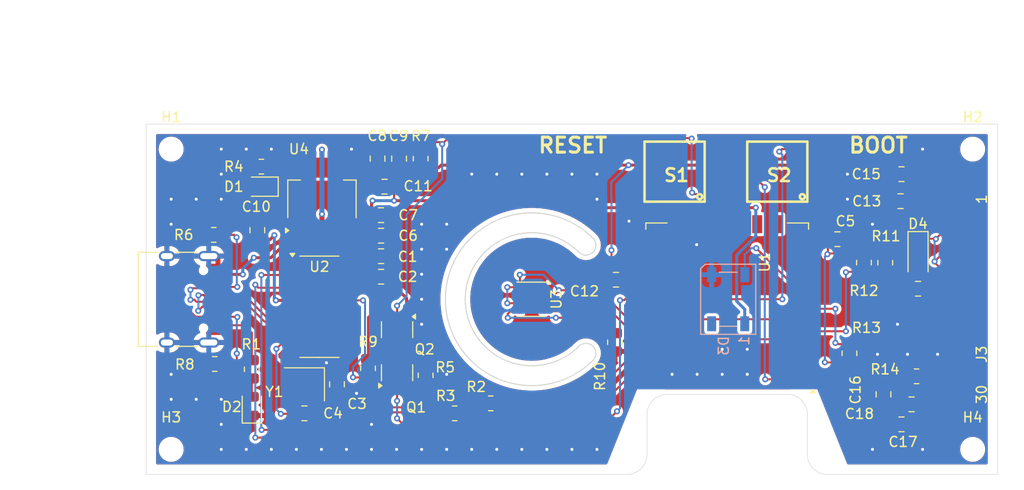
<source format=kicad_pcb>
(kicad_pcb (version 20240108) (generator "pcbnew") (generator_version "8.0")
  (layers (0 "F.Cu" signal) (31 "B.Cu" signal) (34 "B.Paste" user) (35 "F.Paste" user) (36 "B.SilkS" user "B.Silkscreen") (37 "F.SilkS" user "F.Silkscreen") (38 "B.Mask" user) (39 "F.Mask" user) (44 "Edge.Cuts" user))
  (net 0 "")
  (net 1 "GND")
  (net 2 "Net-(D2-A)")
  (net 3 "/DTR")
  (net 4 "Net-(Q2-B)")
  (net 5 "5V")
  (net 6 "/XO")
  (net 7 "/XI")
  (net 8 "3V3")
  (net 9 "Net-(U2-V3)")
  (net 10 "Net-(D1-A)")
  (net 11 "Net-(Q1-B)")
  (net 12 "/GPIO0")
  (net 13 "/nRST")
  (net 14 "/RTS")
  (net 15 "/ESP RX")
  (net 16 "Net-(U2-TXD)")
  (net 17 "/ESP TX")
  (net 18 "Net-(U2-RXD)")
  (net 24 "Net-(U3-SDO)")
  (net 29 "/I2C_SCL")
  (net 32 "/IO12")
  (net 41 "Net-(J1-CC1)")
  (net 42 "Net-(J1-CC2)")
  (net 43 "/USB_D+")
  (net 44 "/USB_D-")
  (net 48 "/I2C_SDA")
  (net 51 "Net-(D4-A)")
  (net 52 "Net-(J3-Pin_27)")
  (net 53 "Net-(J3-Pin_28)")
  (net 54 "Net-(J3-Pin_3)")
  (net 55 "Net-(J3-Pin_29)")
  (net 56 "Net-(J3-Pin_5)")
  (net 57 "Net-(J3-Pin_4)")
  (net 58 "Net-(J3-Pin_2)")
  (net 59 "Net-(J3-Pin_26)")
  (footprint "Capacitor_SMD:C_0805_2012Metric" (layer "F.Cu") (at 161.8 124.9)
    (property "Reference" "C4")
    (property "Value" "22pF" (hide yes))
  )
  (footprint "PTS645SM43SMTR92LFS:PTS645_SMT_" (layer "F.Cu") (at 209 100.75 180)
    (property "Reference" "S2")
    (property "Value" "PTS645SM43SMTR92LFS" (hide yes))
  )
  (footprint "Package_TO_SOT_SMD:SOT-23-3" (layer "F.Cu") (at 171.05 120.8375 90)
    (property "Reference" "Q1")
    (property "Value" "S8050" (hide yes))
  )
  (footprint "Resistor_SMD:R_0805_2012Metric" (layer "F.Cu") (at 176.8 124.9)
    (property "Reference" "R3")
    (property "Value" "470R" (hide yes))
  )
  (footprint "Resistor_SMD:R_0805_2012Metric" (layer "F.Cu") (at 219.775 109.85 90)
    (property "Reference" "R11")
    (property "Value" "1k" (hide yes))
  )
  (footprint "Resistor_SMD:R_0805_2012Metric" (layer "F.Cu") (at 217.65 109.84 -90)
    (property "Reference" "R12")
    (property "Value" "10k" (hide yes))
  )
  (footprint "MountingHole:MountingHole_2.2mm_M2" (layer "F.Cu") (at 228.5 98.5)
    (property "Reference" "H2")
    (property "Value" "MountingHole")
  )
  (footprint "Capacitor_SMD:C_0805_2012Metric" (layer "F.Cu") (at 165.05 122 -90)
    (property "Reference" "C3")
    (property "Value" "22pF" (hide yes))
  )
  (footprint "Resistor_SMD:R_0805_2012Metric" (layer "F.Cu") (at 192.8 117.8 -90)
    (property "Reference" "R10")
    (property "Value" "1k" (hide yes))
  )
  (footprint "MountingHole:MountingHole_2.2mm_M2" (layer "F.Cu") (at 148.5 128.5)
    (property "Reference" "H3")
    (property "Value" "MountingHole")
  )
  (footprint "Package_TO_SOT_SMD:SOT-223-3_TabPin2" (layer "F.Cu") (at 163.55 103.5 90)
    (property "Reference" "U4")
    (property "Value" "AMS1117-3.3" (hide yes))
  )
  (footprint "Package_TO_SOT_SMD:SOT-23-3" (layer "F.Cu") (at 171.05 116.5375 -90)
    (property "Reference" "Q2")
    (property "Value" "S8050" (hide yes))
  )
  (footprint "LED_SMD:LED_0805_2012Metric" (layer "F.Cu") (at 157.5 102.25 180)
    (property "Reference" "D1")
    (property "Value" "LED" (hide yes))
  )
  (footprint "Capacitor_SMD:C_0805_2012Metric" (layer "F.Cu") (at 169.8 102.25)
    (property "Reference" "C11")
    (property "Value" "100nF" (hide yes))
  )
  (footprint "Capacitor_SMD:C_0805_2012Metric" (layer "F.Cu") (at 169.45 107.15)
    (property "Reference" "C6")
    (property "Value" "100nF" (hide yes))
  )
  (footprint "Capacitor_SMD:C_0805_2012Metric" (layer "F.Cu") (at 169.45 111.25)
    (property "Reference" "C2")
    (property "Value" "10uF" (hide yes))
  )
  (footprint "Capacitor_SMD:C_0805_2012Metric" (layer "F.Cu") (at 222.4 124 180)
    (property "Reference" "C18")
    (property "Value" "100nF" (hide yes))
  )
  (footprint "Resistor_SMD:R_0805_2012Metric" (layer "F.Cu") (at 173.9 121.1 90)
    (property "Reference" "R5")
    (property "Value" "12k" (hide yes))
  )
  (footprint "Resistor_SMD:R_0805_2012Metric" (layer "F.Cu") (at 152.85 119.97 180)
    (property "Reference" "R8")
    (property "Value" "5k1" (hide yes))
  )
  (footprint "Capacitor_SMD:C_0805_2012Metric" (layer "F.Cu") (at 215 107.5)
    (property "Reference" "C5")
    (property "Value" "100nF" (hide yes))
  )
  (footprint "Capacitor_SMD:C_0805_2012Metric" (layer "F.Cu") (at 171.25 99.45 90)
    (property "Reference" "C9")
    (property "Value" "10uF" (hide yes))
  )
  (footprint "Resistor_SMD:R_0805_2012Metric" (layer "F.Cu") (at 222.9 121.2)
    (property "Reference" "R14")
    (property "Value" "390K" (hide yes))
  )
  (footprint "Resistor_SMD:R_0805_2012Metric" (layer "F.Cu") (at 180.4 123.9)
    (property "Reference" "R2")
    (property "Value" "470R" (hide yes))
  )
  (footprint "RF_Module:ESP-12E" (layer "F.Cu") (at 204 118 180)
    (property "Reference" "U1")
    (property "Value" "ESP-12F")
  )
  (footprint "Capacitor_SMD:C_0805_2012Metric" (layer "F.Cu") (at 169.45 109.2)
    (property "Reference" "C1")
    (property "Value" "100nF" (hide yes))
  )
  (footprint "Capacitor_SMD:C_0805_2012Metric" (layer "F.Cu") (at 223.05 112.45 180)
    (property "Reference" "C14" (hide yes))
    (property "Value" "10uF" (hide yes))
  )
  (footprint "SSD1306:SSD1306_ribbon" (layer "F.Cu") (at 227.4 113.5 -90)
    (property "Reference" "J3")
    (property "Value" "Conn_01x30_Pin" (hide yes))
  )
  (footprint "MountingHole:MountingHole_2.2mm_M2" (layer "F.Cu") (at 228.5 128.5)
    (property "Reference" "H4")
    (property "Value" "MountingHole")
  )
  (footprint "LED_SMD:LED_0805_2012Metric" (layer "F.Cu") (at 156.55 124.1875 90)
    (property "Reference" "D2")
    (property "Value" "LED GREEN" (hide yes))
  )
  (footprint "Resistor_SMD:R_0805_2012Metric" (layer "F.Cu") (at 152.75 107.07 180)
    (property "Reference" "R6")
    (property "Value" "5k1" (hide yes))
  )
  (footprint "Capacitor_SMD:C_0805_2012Metric" (layer "F.Cu") (at 192.9 111.55)
    (property "Reference" "C12")
    (property "Value" "100nF" (hide yes))
  )
  (footprint "Capacitor_SMD:C_0805_2012Metric" (layer "F.Cu") (at 157.1 106.6 90)
    (property "Reference" "C10")
    (property "Value" "100nF" (hide yes))
  )
  (footprint "Capacitor_SMD:C_0805_2012Metric" (layer "F.Cu") (at 169.45 105.1)
    (property "Reference" "C7")
    (property "Value" "10uF" (hide yes))
  )
  (footprint "Package_SO:SOIC-16_3.9x9.9mm_P1.27mm" (layer "F.Cu") (at 163.3 114.25)
    (property "Reference" "U2")
    (property "Value" "CH340G" (hide yes))
  )
  (footprint "Resistor_SMD:R_0805_2012Metric" (layer "F.Cu") (at 216.2 118.9 -90)
    (property "Reference" "R13")
    (property "Value" "10k" (hide yes))
  )
  (footprint "MountingHole:MountingHole_2.2mm_M2" (layer "F.Cu") (at 148.5 98.5)
    (property "Reference" "H1")
    (property "Value" "MountingHole")
  )
  (footprint "Crystal:Crystal_SMD_3225-4Pin_3.2x2.5mm" (layer "F.Cu") (at 161.8 122 180)
    (property "Reference" "Y1")
    (property "Value" "Crystal_GND24_Small" (hide yes))
  )
  (footprint "Package_LGA:Bosch_LGA-8_3x3mm_P0.8mm_ClockwisePinNumbering" (layer "F.Cu") (at 184.5 113.5 -90)
    (property "Reference" "U3")
    (property "Value" "BME680")
  )
  (footprint "Capacitor_SMD:C_0805_2012Metric" (layer "F.Cu") (at 169.1 99.45 90)
    (property "Reference" "C8")
    (property "Value" "100nF" (hide yes))
  )
  (footprint "Resistor_SMD:R_0805_2012Metric" (layer "F.Cu") (at 168.15 120.4 -90)
    (property "Reference" "R9")
    (property "Value" "12k" (hide yes))
  )
  (footprint "Capacitor_SMD:C_0805_2012Metric" (layer "F.Cu") (at 221.4 126 180)
    (property "Reference" "C17")
    (property "Value" "2uF" (hide yes))
  )
  (footprint "Connector_USB:USB_C_Receptacle_HRO_TYPE-C-31-M-12" (layer "F.Cu") (at 149.125 113.505 -90)
    (property "Reference" "J1" (hide yes))
    (property "Value" "USB_C_Receptacle_USB2.0_16P" (hide yes))
  )
  (footprint "Diode_SMD:D_SOD-123" (layer "F.Cu") (at 223.05 109.1 -90)
    (property "Reference" "D4")
    (property "Value" "1N4148W" (hide yes))
  )
  (footprint "Capacitor_SMD:C_0805_2012Metric" (layer "F.Cu") (at 219.6 123 -90)
    (property "Reference" "C16")
    (property "Value" "1uF" (hide yes))
  )
  (footprint "Resistor_SMD:R_0805_2012Metric" (layer "F.Cu") (at 173.4 99.45 -90)
    (property "Reference" "R7")
    (property "Value" "10k" (hide yes))
  )
  (footprint "Capacitor_SMD:C_0805_2012Metric" (layer "F.Cu") (at 221.3 103.7 180)
    (property "Reference" "C13")
    (property "Value" "1uF" (hide yes))
  )
  (footprint "Resistor_SMD:R_0805_2012Metric" (layer "F.Cu") (at 157.5 100.25 180)
    (property "Reference" "R4")
    (property "Value" "1k" (hide yes))
  )
  (footprint "Capacitor_SMD:C_0805_2012Metric" (layer "F.Cu") (at 221.4 101 180)
    (property "Reference" "C15")
    (property "Value" "1uF" (hide yes))
  )
  (footprint "Resistor_SMD:R_0805_2012Metric" (layer "F.Cu") (at 156.55 120.5 -90)
    (property "Reference" "R1")
    (property "Value" "220R" (hide yes))
  )
  (footprint "PTS645SM43SMTR92LFS:PTS645_SMT_" (layer "F.Cu") (at 198.75 100.75 180)
    (property "Reference" "S1")
    (property "Value" "PTS645SM43SMTR92LFS" (hide yes))
  )
  (footprint "LED_SMD:LED_WS2812B_PLCC4_5.0x5.0mm_P3.2mm" (layer "B.Cu") (at 204.1 113.5 90)
    (property "Reference" "D3")
    (property "Value" "WS2812B" (hide yes))
  )
  (gr_arc (start 190.599999 107.400001) (mid 190.599999 108.800001) (end 189.199999 108.800001) (stroke (width 0.1)) (layer "Edge.Cuts"))
  (gr_arc (start 190.599999 119.599999) (mid 175.873299 113.5) (end 190.599999 107.400001) (stroke (width 0.1)) (layer "Edge.Cuts"))
  (gr_line (start 196 125) (end 196 129) (stroke (width 0.05)) (layer "Edge.Cuts"))
  (gr_line (start 231 96) (end 231 131) (stroke (width 0.05)) (layer "Edge.Cuts"))
  (gr_arc (start 189.199999 118.199999) (mid 177.853198 113.5) (end 189.199999 108.800001) (stroke (width 0.1)) (layer "Edge.Cuts"))
  (gr_arc (start 210 123) (mid 211.414214 123.585786) (end 212 125) (stroke (width 0.05)) (layer "Edge.Cuts"))
  (gr_line (start 210 123) (end 198 123) (stroke (width 0.05)) (layer "Edge.Cuts"))
  (gr_arc (start 196 129) (mid 195.414214 130.414214) (end 194 131) (stroke (width 0.05)) (layer "Edge.Cuts"))
  (gr_line (start 194 131) (end 146 131) (stroke (width 0.05)) (layer "Edge.Cuts"))
  (gr_line (start 212 129) (end 212 125) (stroke (width 0.05)) (layer "Edge.Cuts"))
  (gr_line (start 146 96) (end 231 96) (stroke (width 0.05)) (layer "Edge.Cuts"))
  (gr_arc (start 214 131) (mid 212.585786 130.414214) (end 212 129) (stroke (width 0.05)) (layer "Edge.Cuts"))
  (gr_arc (start 189.199999 118.199999) (mid 190.599999 118.199999) (end 190.599999 119.599999) (stroke (width 0.1)) (layer "Edge.Cuts"))
  (gr_arc (start 196 125) (mid 196.585786 123.585786) (end 198 123) (stroke (width 0.05)) (layer "Edge.Cuts"))
  (gr_line (start 146 131) (end 146 96) (stroke (width 0.05)) (layer "Edge.Cuts"))
  (gr_line (start 231 131) (end 214 131) (stroke (width 0.05)) (layer "Edge.Cuts"))
  (gr_text "RESET" (at 185 99 0) (layer "F.SilkS") (effects (font (size 1.5 1.5) (thickness 0.3) (bold yes)) (justify left bottom)))
  (gr_text "BOOT" (at 216 99 0) (layer "F.SilkS") (effects (font (size 1.5 1.5) (thickness 0.3) (bold yes)) (justify left bottom)))
  (via (at 158.5 98.5) (size 0.6) (drill 0.3) (layers "F.Cu" "B.Cu") (net 1))
  (via (at 200.95 108.05) (size 0.6) (drill 0.3) (layers "F.Cu" "B.Cu") (net 1))
  (via (at 176 121) (size 0.6) (drill 0.3) (layers "F.Cu" "B.Cu") (net 1))
  (via (at 178.5 128.5) (size 0.6) (drill 0.3) (layers "F.Cu" "B.Cu") (net 1))
  (via (at 173.5 113.5) (size 0.6) (drill 0.3) (layers "F.Cu" "B.Cu") (net 1))
  (via (at 148.5 121) (size 0.6) (drill 0.3) (layers "F.Cu" "B.Cu") (net 1))
  (via (at 181 101) (size 0.6) (drill 0.3) (layers "F.Cu" "B.Cu") (net 1))
  (via (at 206 121) (size 0.6) (drill 0.3) (layers "F.Cu" "B.Cu") (net 1))
  (via (at 168.5 128.5) (size 0.6) (drill 0.3) (layers "F.Cu" "B.Cu") (net 1))
  (via (at 167 122.9) (size 0.6) (drill 0.3) (layers "F.Cu" "B.Cu") (net 1))
  (via (at 186 101) (size 0.6) (drill 0.3) (layers "F.Cu" "B.Cu") (net 1))
  (via (at 221 116) (size 0.6) (drill 0.3) (layers "F.Cu" "B.Cu") (net 1))
  (via (at 148.5 106) (size 0.6) (drill 0.3) (layers "F.Cu" "B.Cu") (net 1))
  (via (at 198.5 121) (size 0.6) (drill 0.3) (layers "F.Cu" "B.Cu") (net 1))
  (via (at 176 128.5) (size 0.6) (drill 0.3) (layers "F.Cu" "B.Cu") (net 1))
  (via (at 201 121) (size 0.6) (drill 0.3) (layers "F.Cu" "B.Cu") (net 1))
  (via (at 191 128.5) (size 0.6) (drill 0.3) (layers "F.Cu" "B.Cu") (net 1))
  (via (at 153.5 128.5) (size 0.6) (drill 0.3) (layers "F.Cu" "B.Cu") (net 1))
  (via (at 148.5 103.5) (size 0.6) (drill 0.3) (layers "F.Cu" "B.Cu") (net 1))
  (via (at 171 128.5) (size 0.6) (drill 0.3) (layers "F.Cu" "B.Cu") (net 1))
  (via (at 151 103.5) (size 0.6) (drill 0.3) (layers "F.Cu" "B.Cu") (net 1))
  (via (at 222 119) (size 0.6) (drill 0.3) (layers "F.Cu" "B.Cu") (net 1))
  (via (at 203.5 121) (size 0.6) (drill 0.3) (layers "F.Cu" "B.Cu") (net 1))
  (via (at 223.5 98.5) (size 0.6) (drill 0.3) (layers "F.Cu" "B.Cu") (net 1))
  (via (at 206 118.5) (size 0.6) (drill 0.3) (layers "F.Cu" "B.Cu") (net 1))
  (via (at 223.5 128.5) (size 0.6) (drill 0.3) (layers "F.Cu" "B.Cu") (net 1))
  (via (at 191 103.5) (size 0.6) (drill 0.3) (layers "F.Cu" "B.Cu") (net 1))
  (via (at 153.5 103.5) (size 0.6) (drill 0.3) (layers "F.Cu" "B.Cu") (net 1))
  (via (at 218.5 128.5) (size 0.6) (drill 0.3) (layers "F.Cu" "B.Cu") (net 1))
  (via (at 153.5 126) (size 0.6) (drill 0.3) (layers "F.Cu" "B.Cu") (net 1))
  (via (at 176 108.5) (size 0.6) (drill 0.3) (layers "F.Cu" "B.Cu") (net 1))
  (via (at 219 119) (size 0.6) (drill 0.3) (layers "F.Cu" "B.Cu") (net 1))
  (via (at 203.5 118.5) (size 0.6) (drill 0.3) (layers "F.Cu" "B.Cu") (net 1))
  (via (at 216 103.5) (size 0.6) (drill 0.3) (layers "F.Cu" "B.Cu") (net 1))
  (via (at 166 128.5) (size 0.6) (drill 0.3) (layers "F.Cu" "B.Cu") (net 1))
  (via (at 161 128.5) (size 0.6) (drill 0.3) (layers "F.Cu" "B.Cu") (net 1))
  (via (at 168.5 126) (size 0.6) (drill 0.3) (layers "F.Cu" "B.Cu") (net 1))
  (via (at 163.5 128.5) (size 0.6) (drill 0.3) (layers "F.Cu" "B.Cu") (net 1))
  (via (at 176 106) (size 0.6) (drill 0.3) (layers "F.Cu" "B.Cu") (net 1))
  (via (at 164 119.85) (size 0.6) (drill 0.3) (layers "F.Cu" "B.Cu") (net 1))
  (via (at 156 128.5) (size 0.6) (drill 0.3) (layers "F.Cu" "B.Cu") (net 1))
  (via (at 183.5 101) (size 0.6) (drill 0.3) (layers "F.Cu" "B.Cu") (net 1))
  (via (at 173.5 116) (size 0.6) (drill 0.3) (layers "F.Cu" "B.Cu") (net 1))
  (via (at 216 101) (size 0.6) (drill 0.3) (layers "F.Cu" "B.Cu") (net 1))
  (via (at 173.5 128.5) (size 0.6) (drill 0.3) (layers "F.Cu" "B.Cu") (net 1))
  (via (at 181 128.5) (size 0.6) (drill 0.3) (layers "F.Cu" "B.Cu") (net 1))
  (via (at 153.5 123.5) (size 0.6) (drill 0.3) (layers "F.Cu" "B.Cu") (net 1))
  (via (at 151 123.5) (size 0.6) (drill 0.3) (layers "F.Cu" "B.Cu") (net 1))
  (via (at 188.5 101) (size 0.6) (drill 0.3) (layers "F.Cu" "B.Cu") (net 1))
  (via (at 186 128.5) (size 0.6) (drill 0.3) (layers "F.Cu" "B.Cu") (net 1))
  (via (at 225 119) (size 0.6) (drill 0.3) (layers "F.Cu" "B.Cu") (net 1))
  (via (at 173.5 108.5) (size 0.6) (drill 0.3) (layers "F.Cu" "B.Cu") (net 1))
  (via (at 153.5 98.5) (size 0.6) (drill 0.3) (layers "F.Cu" "B.Cu") (net 1))
  (via (at 153.5 101) (size 0.6) (drill 0.3) (layers "F.Cu" "B.Cu") (net 1))
  (via (at 194.2 105.7) (size 0.6) (drill 0.3) (layers "F.Cu" "B.Cu") (net 1))
  (via (at 148.5 123.5) (size 0.6) (drill 0.3) (layers "F.Cu" "B.Cu") (net 1))
  (via (at 218.5 106) (size 0.6) (drill 0.3) (layers "F.Cu" "B.Cu") (net 1))
  (via (at 173.5 111) (size 0.6) (drill 0.3) (layers "F.Cu" "B.Cu") (net 1))
  (via (at 191 101) (size 0.6) (drill 0.3) (layers "F.Cu" "B.Cu") (net 1))
  (via (at 188.5 128.5) (size 0.6) (drill 0.3) (layers "F.Cu" "B.Cu") (net 1))
  (via (at 178.5 101) (size 0.6) (drill 0.3) (layers "F.Cu" "B.Cu") (net 1))
  (via (at 156 98.5) (size 0.6) (drill 0.3) (layers "F.Cu" "B.Cu") (net 1))
  (via (at 158.5 128.5) (size 0.6) (drill 0.3) (layers "F.Cu" "B.Cu") (net 1))
  (via (at 173.5 106) (size 0.6) (drill 0.3) (layers "F.Cu" "B.Cu") (net 1))
  (via (at 183.5 128.5) (size 0.6) (drill 0.3) (layers "F.Cu" "B.Cu") (net 1))
  (via (at 166.5 98.5) (size 0.6) (drill 0.3) (layers "F.Cu" "B.Cu") (net 1))
  (segment (start 156.55 121.4125) (end 156.55 123.25) (width 0.2) (layer "F.Cu") (net 2))
  (segment (start 168.15 122.85) (end 168.15 121.3125) (width 0.2) (layer "F.Cu") (net 3))
  (segment (start 170.1 123.2) (end 170 123.3) (width 0.2) (layer "F.Cu") (net 3))
  (segment (start 168.6 123.3) (end 168.15 122.85) (width 0.2) (layer "F.Cu") (net 3))
  (segment (start 165.775 113.615) (end 166.120552 113.615) (width 0.2) (layer "F.Cu") (net 3))
  (segment (start 166.6625 121.3125) (end 166.65 121.3) (width 0.2) (layer "F.Cu") (net 3))
  (segment (start 167.65 113.615) (end 165.775 113.615) (width 0.2) (layer "F.Cu") (net 3))
  (segment (start 166.65 121.3) (end 166.725 121.375) (width 0.3) (layer "F.Cu") (net 3))
  (segment (start 165.775 113.615) (end 165.91 113.75) (width 0.2) (layer "F.Cu") (net 3))
  (segment (start 170 123.3) (end 168.6 123.3) (width 0.2) (layer "F.Cu") (net 3))
  (segment (start 168.15 121.3125) (end 166.6625 121.3125) (width 0.2) (layer "F.Cu") (net 3))
  (segment (start 170.1 121.975) (end 170.1 123.2) (width 0.2) (layer "F.Cu") (net 3))
  (via (at 166.65 121.3) (size 0.6) (drill 0.3) (layers "F.Cu" "B.Cu") (net 3))
  (via (at 167.65 113.615) (size 0.6) (drill 0.3) (layers "F.Cu" "B.Cu") (net 3))
  (segment (start 167.85 113.815) (end 167.65 113.615) (width 0.2) (layer "B.Cu") (net 3))
  (segment (start 166.65 121.3) (end 166.65 120.25) (width 0.2) (layer "B.Cu") (net 3))
  (segment (start 166.65 120.25) (end 167.85 119.05) (width 0.2) (layer "B.Cu") (net 3))
  (segment (start 167.85 119.05) (end 167.85 113.815) (width 0.2) (layer "B.Cu") (net 3))
  (segment (start 169.2 114.25) (end 168.15 115.3) (width 0.2) (layer "F.Cu") (net 4))
  (segment (start 170.1 114.5) (end 169.85 114.25) (width 0.2) (layer "F.Cu") (net 4))
  (segment (start 168.15 115.3) (end 168.15 119.4875) (width 0.2) (layer "F.Cu") (net 4))
  (segment (start 170.1 115.4) (end 170.1 114.5) (width 0.2) (layer "F.Cu") (net 4))
  (segment (start 169.85 114.25) (end 169.2 114.25) (width 0.2) (layer "F.Cu") (net 4))
  (segment (start 155.8 116.1) (end 153.8 116.1) (width 0.2) (layer "F.Cu") (net 5))
  (segment (start 150.425 111.36) (end 149.55 112.235) (width 0.3) (layer "F.Cu") (net 5))
  (segment (start 156.55 119.5875) (end 156.55 116.85) (width 0.2) (layer "F.Cu") (net 5))
  (segment (start 153.12 111.005) (end 152.218883 111.005) (width 0.3) (layer "F.Cu") (net 5))
  (segment (start 167.345 109.805) (end 165.775 109.805) (width 0.3) (layer "F.Cu") (net 5))
  (segment (start 152.218883 111.005) (end 151.863883 111.36) (width 0.3) (layer "F.Cu") (net 5))
  (segment (start 151.863883 111.36) (end 150.425 111.36) (width 0.3) (layer "F.Cu") (net 5))
  (segment (start 168.475 111.275) (end 168.5 111.25) (width 0.5) (layer "F.Cu") (net 5))
  (segment (start 166.65 106.65) (end 167.15 107.15) (width 0.3) (layer "F.Cu") (net 5))
  (segment (start 153.17 111.055) (end 153.12 111.005) (width 0.3) (layer "F.Cu") (net 5))
  (segment (start 188 103) (end 178 103) (width 0.3) (layer "F.Cu") (net 5))
  (segment (start 167.345 109.395) (end 167.345 109.805) (width 0.3) (layer "F.Cu") (net 5))
  (segment (start 177.35 103.65) (end 170.75 103.65) (width 0.3) (layer "F.Cu") (net 5))
  (segment (start 166.45 108.5) (end 167.345 109.395) (width 0.3) (layer "F.Cu") (net 5))
  (segment (start 156.75 109.35) (end 158.45 109.35) (width 0.3) (layer "F.Cu") (net 5))
  (segment (start 167.15 107.15) (end 168.5 107.15) (width 0.3) (layer "F.Cu") (net 5))
  (segment (start 189.35 104.35) (end 188 103) (width 0.3) (layer "F.Cu") (net 5))
  (segment (start 168.5 103.75) (end 168.5 105.1) (width 0.3) (layer "F.Cu") (net 5))
  (segment (start 159.3 108.5) (end 166.45 108.5) (width 0.3) (layer "F.Cu") (net 5))
  (segment (start 178 103) (end 177.35 103.65) (width 0.3) (layer "F.Cu") (net 5))
  (segment (start 168.5 105.1) (end 168.5 109.2) (width 0.3) (layer "F.Cu") (net 5))
  (segment (start 206.85 104.35) (end 189.35 104.35) (width 0.3) (layer "F.Cu") (net 5))
  (segment (start 167.345 109.395) (end 167.54 109.2) (width 0.3) (layer "F.Cu") (net 5))
  (segment (start 165.85 106.65) (end 166.65 106.65) (width 0.3) (layer "F.Cu") (net 5))
  (segment (start 152.225 115.955) (end 153.17 115.955) (width 0.3) (layer "F.Cu") (net 5))
  (segment (start 168.5 111.25) (end 168.5 109.2) (width 0.3) (layer "F.Cu") (net 5))
  (segment (start 168.6 103.65) (end 168.5 103.75) (width 0.2) (layer "F.Cu") (net 5))
  (segment (start 168.5 105.1) (end 168.2 105.1) (width 0.3) (layer "F.Cu") (net 5))
  (segment (start 149.55 113.924239) (end 150.930761 115.305) (width 0.3) (layer "F.Cu") (net 5))
  (segment (start 152.845 111.005) (end 152.795 110.955) (width 0.2) (layer "F.Cu") (net 5))
  (segment (start 150.930761 115.305) (end 151.575 115.305) (width 0.3) (layer "F.Cu") (net 5))
  (segment (start 158.45 109.35) (end 159.3 108.5) (width 0.3) (layer "F.Cu") (net 5))
  (segment (start 167.54 109.2) (end 168.5 109.2) (width 0.3) (layer "F.Cu") (net 5))
  (segment (start 170.75 103.65) (end 170.75 102) (width 0.2) (layer "F.Cu") (net 5))
  (segment (start 151.575 115.305) (end 152.225 115.955) (width 0.3) (layer "F.Cu") (net 5))
  (segment (start 149.55 112.235) (end 149.55 113.924239) (width 0.3) (layer "F.Cu") (net 5))
  (segment (start 156.55 116.85) (end 155.8 116.1) (width 0.2) (layer "F.Cu") (net 5))
  (segment (start 155.65 111.02) (end 153.52 111.02) (width 0.3) (layer "F.Cu") (net 5))
  (via (at 156.75 109.35) (size 0.6) (drill 0.3) (layers "F.Cu" "B.Cu") (net 5))
  (via (at 155.65 111.02) (size 0.6) (drill 0.3) (layers "F.Cu" "B.Cu") (net 5))
  (via (at 170.75 103.65) (size 0.6) (drill 0.3) (layers "F.Cu" "B.Cu") (net 5))
  (via (at 206.85 104.35) (size 0.6) (drill 0.3) (layers "F.Cu" "B.Cu") (net 5))
  (via (at 168.6 103.65) (size 0.6) (drill 0.3) (layers "F.Cu" "B.Cu") (net 5))
  (segment (start 155.65 110.45) (end 156.75 109.35) (width 0.3) (layer "B.Cu") (net 5))
  (segment (start 205.75 114.5) (end 205.75 115.95) (width 0.3) (layer "B.Cu") (net 5))
  (segment (start 204.95 109.1) (end 204.95 113.7) (width 0.3) (layer "B.Cu") (net 5))
  (segment (start 206.85 104.35) (end 206.85 107.2) (width 0.3) (layer "B.Cu") (net 5))
  (segment (start 206.85 107.2) (end 204.95 109.1) (width 0.3) (layer "B.Cu") (net 5))
  (segment (start 168.6 103.65) (end 170.75 103.65) (width 0.3) (layer "B.Cu") (net 5))
  (segment (start 155.65 111.02) (end 155.65 110.45) (width 0.3) (layer "B.Cu") (net 5))
  (segment (start 204.95 113.7) (end 205.75 114.5) (width 0.3) (layer "B.Cu") (net 5))
  (segment (start 162.9 120.45) (end 162.45 120) (width 0.2) (layer "F.Cu") (net 6))
  (segment (start 159.3 119) (end 159.605 118.695) (width 0.2) (layer "F.Cu") (net 6))
  (segment (start 159.605 118.695) (end 160.825 118.695) (width 0.2) (layer "F.Cu") (net 6))
  (segment (start 162.45 120) (end 160.05 120) (width 0.2) (layer "F.Cu") (net 6))
  (segment (start 160.05 120) (end 159.3 119.25) (width 0.2) (layer "F.Cu") (net 6))
  (segment (start 163 121.05) (end 162.9 121.15) (width 0.2) (layer "F.Cu") (net 6))
  (segment (start 162.9 121.15) (end 162.9 120.45) (width 0.2) (layer "F.Cu") (net 6))
  (segment (start 159.3 119.25) (end 159.3 119) (width 0.2) (layer "F.Cu") (net 6))
  (segment (start 165.05 121.05) (end 163 121.05) (width 0.2) (layer "F.Cu") (net 6))
  (segment (start 160.02647 117.425) (end 160.825 117.425) (width 0.2) (layer "F.Cu") (net 7))
  (segment (start 160.8 124.95) (end 160.85 124.9) (width 0.2) (layer "F.Cu") (net 7))
  (segment (start 159.45 124.95) (end 160.8 124.95) (width 0.2) (layer "F.Cu") (net 7))
  (segment (start 159.000735 118.450735) (end 160.02647 117.425) (width 0.2) (layer "F.Cu") (net 7))
  (segment (start 160.85 124.9) (end 160.85 123) (width 0.2) (layer "F.Cu") (net 7))
  (segment (start 160.85 123) (end 160.7 122.85) (width 0.2) (layer "F.Cu") (net 7))
  (via (at 159.45 124.95) (size 0.6) (drill 0.3) (layers "F.Cu" "B.Cu") (net 7))
  (via (at 159.000735 118.450735) (size 0.6) (drill 0.3) (layers "F.Cu" "B.Cu") (net 7))
  (segment (start 159.45 124.95) (end 159.000735 124.500735) (width 0.2) (layer "B.Cu") (net 7))
  (segment (start 159.000735 124.500735) (end 159.000735 118.450735) (width 0.2) (layer "B.Cu") (net 7))
  (segment (start 182.05 112.3) (end 183.3125 112.3) (width 0.2) (layer "F.Cu") (net 8))
  (segment (start 192.45 108.6) (end 192.45 111.05) (width 0.2) (layer "F.Cu") (net 8))
  (segment (start 194.15 100.1) (end 212.55 100.1) (width 0.3) (layer "F.Cu") (net 8))
  (segment (start 213.7625 119.8125) (end 216.2 119.8125) (width 0.2) (layer "F.Cu") (net 8))
  (segment (start 158.4125 100.25) (end 163.45 100.25) (width 0.2) (layer "F.Cu") (net 8))
  (segment (start 214.05 108.95) (end 214.05 107.5) (width 0.2) (layer "F.Cu") (net 8))
  (segment (start 214.0725 108.9275) (end 214 109) (width 0.2) (layer "F.Cu") (net 8))
  (segment (start 214.55 102.1) (end 214.55 105.5) (width 0.3) (layer "F.Cu") (net 8))
  (segment (start 183.3125 112.3) (end 183.3125 111.0625) (width 0.2) (layer "F.Cu") (net 8))
  (segment (start 187.2 112.6) (end 186.7 113.1) (width 0.2) (layer "F.Cu") (net 8))
  (segment (start 225.475 108.95) (end 227.4 108.95) (width 0.2) (layer "F.Cu") (net 8))
  (segment (start 217.65 108.9275) (end 214.0725 108.9275) (width 0.2) (layer "F.Cu") (net 8))
  (segment (start 190.9 112.6) (end 187.2 112.6) (width 0.2) (layer "F.Cu") (net 8))
  (segment (start 219.775 107.875) (end 219.775 108.9375) (width 0.2) (layer "F.Cu") (net 8))
  (segment (start 175.2 100.35) (end 163.55 100.35) (width 0.3) (layer "F.Cu") (net 8))
  (segment (start 224.825 107.475) (end 224.85 107.45) (width 0.2) (layer "F.Cu") (net 8))
  (segment (start 192.45 111.05) (end 190.9 112.6) (width 0.2) (layer "F.Cu") (net 8))
  (segment (start 214.05 107.5) (end 211.6 107.5) (width 0.2) (layer "F.Cu") (net 8))
  (segment (start 175.45 100.1) (end 175.2 100.35) (width 0.3) (layer "F.Cu") (net 8))
  (segment (start 219.775 108.9375) (end 217.66 108.9375) (width 0.2) (layer "F.Cu") (net 8))
  (segment (start 224.7 109.725) (end 225.475 108.95) (width 0.2) (layer "F.Cu") (net 8))
  (segment (start 212.55 100.1) (end 214.55 102.1) (width 0.3) (layer "F.Cu") (net 8))
  (segment (start 217.66 108.9375) (end 217.65 108.9275) (width 0.2) (layer "F.Cu") (net 8))
  (segment (start 214 109) (end 214.05 108.95) (width 0.2) (layer "F.Cu") (net 8))
  (segment (start 224.7 109.725) (end 224.7 109.825) (width 0.2) (layer "F.Cu") (net 8))
  (segment (start 225.45 106.85) (end 224.85 107.45) (width 0.2) (layer "F.Cu") (net 8))
  (segment (start 186.7 113.1) (end 185.6875 113.1) (width 0.2) (layer "F.Cu") (net 8))
  (segment (start 183.3125 111.0625) (end 183.3 111.05) (width 0.2) (layer "F.Cu") (net 8))
  (segment (start 220.2 107.45) (end 219.775 107.875) (width 0.2) (layer "F.Cu") (net 8))
  (segment (start 224.7 109.825) (end 225.225 110.35) (width 0.2) (layer "F.Cu") (net 8))
  (segment (start 163.55 98.55) (end 163.55 100.35) (width 0.5) (layer "F.Cu") (net 8))
  (segment (start 163.45 100.25) (end 163.55 100.35) (width 0.2) (layer "F.Cu") (net 8))
  (segment (start 194.15 100.1) (end 175.45 100.1) (width 0.3) (layer "F.Cu") (net 8))
  (segment (start 213.75 119.8) (end 213.7625 119.8125) (width 0.2) (layer "F.Cu") (net 8))
  (segment (start 223.05 107.45) (end 220.2 107.45) (width 0.2) (layer "F.Cu") (net 8))
  (segment (start 225.225 110.35) (end 227.4 110.35) (width 0.2) (layer "F.Cu") (net 8))
  (segment (start 163.55 106.65) (end 163.55 105) (width 0.5) (layer "F.Cu") (net 8))
  (segment (start 227.4 106.85) (end 225.45 106.85) (width 0.2) (layer "F.Cu") (net 8))
  (segment (start 214.05 106) (end 214.05 107.5) (width 0.3) (layer "F.Cu") (net 8))
  (segment (start 214.55 105.5) (end 214.05 106) (width 0.3) (layer "F.Cu") (net 8))
  (segment (start 183.3125 113.9) (end 182.05 113.9) (width 0.2) (layer "F.Cu") (net 8))
  (segment (start 224.85 107.45) (end 223.05 107.45) (width 0.2) (layer "F.Cu") (net 8))
  (segment (start 219.765 108.9275) (end 219.775 108.9375) (width 0.2) (layer "F.Cu") (net 8))
  (via (at 187.2 112.6) (size 0.6) (drill 0.3) (layers "F.Cu" "B.Cu") (net 8))
  (via (at 213.75 119.8) (size 0.6) (drill 0.3) (layers "F.Cu" "B.Cu") (net 8))
  (via (at 183.3 111.05) (size 0.6) (drill 0.3) (layers "F.Cu" "B.Cu") (net 8))
  (via (at 163.55 105) (size 0.6) (drill 0.3) (layers "F.Cu" "B.Cu") (net 8))
  (via (at 194.15 100.1) (size 0.6) (drill 0.3) (layers "F.Cu" "B.Cu") (net 8))
  (via (at 192.45 108.6) (size 0.6) (drill 0.3) (layers "F.Cu" "B.Cu") (net 8))
  (via (at 182.05 113.9) (size 0.6) (drill 0.3) (layers "F.Cu" "B.Cu") (net 8))
  (via (at 163.55 98.55) (size 0.6) (drill 0.3) (layers "F.Cu" "B.Cu") (net 8))
  (via (at 182.05 112.3) (size 0.6) (drill 0.3) (layers "F.Cu" "B.Cu") (net 8))
  (via (at 224.7 109.725) (size 0.6) (drill 0.3) (layers "F.Cu" "B.Cu") (net 8))
  (via (at 214 109) (size 0.6) (drill 0.3) (layers "F.Cu" "B.Cu") (net 8))
  (via (at 224.825 107.475) (size 0.6) (drill 0.3) (layers "F.Cu" "B.Cu") (net 8))
  (segment (start 185.65 111.05) (end 187.2 112.6) (width 0.2) (layer "B.Cu") (net 8))
  (segment (start 192.45 103.35) (end 192.45 108.6) (width 0.2) (layer "B.Cu") (net 8))
  (segment (start 163.55 105) (end 163.55 98.55) (width 0.5) (layer "B.Cu") (net 8))
  (segment (start 192.425 101.825) (end 192.425 103.325) (width 0.2) (layer "B.Cu") (net 8))
  (segment (start 183.3 111.05) (end 185.65 111.05) (width 0.2) (layer "B.Cu") (net 8))
  (segment (start 224.7 109.725) (end 224.7 107.6) (width 0.2) (layer "B.Cu") (net 8))
  (segment (start 182.05 113.9) (end 182.05 112.3) (width 0.2) (layer "B.Cu") (net 8))
  (segment (start 213.75 119.8) (end 213.75 109.25) (width 0.2) (layer "B.Cu") (net 8))
  (segment (start 192.425 103.325) (end 192.45 103.35) (width 0.2) (layer "B.Cu") (net 8))
  (segment (start 194.15 100.1) (end 192.425 101.825) (width 0.2) (layer "B.Cu") (net 8))
  (segment (start 213.75 109.25) (end 214 109) (width 0.2) (layer "B.Cu") (net 8))
  (segment (start 224.7 107.6) (end 224.825 107.475) (width 0.2) (layer "B.Cu") (net 8))
  (segment (start 158.35 107.55) (end 157.1 107.55) (width 0.3) (layer "F.Cu") (net 9))
  (segment (start 158.95 113.615) (end 160.825 113.615) (width 0.3) (layer "F.Cu") (net 9))
  (segment (start 158.8 107.1) (end 158.35 107.55) (width 0.3) (layer "F.Cu") (net 9))
  (via (at 158.8 107.1) (size 0.6) (drill 0.3) (layers "F.Cu" "B.Cu") (net 9))
  (via (at 158.95 113.615) (size 0.6) (drill 0.3) (layers "F.Cu" "B.Cu") (net 9))
  (segment (start 158.8 113.465) (end 158.95 113.615) (width 0.3) (layer "B.Cu") (net 9))
  (segment (start 158.8 107.1) (end 158.8 113.465) (width 0.3) (layer "B.Cu") (net 9))
  (segment (start 156.5625 102.25) (end 156.5625 100.275) (width 0.2) (layer "F.Cu") (net 10))
  (segment (start 172.3 123.5) (end 172 123.2) (width 0.2) (layer "F.Cu") (net 11))
  (segment (start 172 123.2) (end 172 121.975) (width 0.2) (layer "F.Cu") (net 11))
  (segment (start 172.65 123.5) (end 172.3 123.5) (width 0.2) (layer "F.Cu") (net 11))
  (segment (start 173.9 122.0125) (end 173.9 122.25) (width 0.2) (layer "F.Cu") (net 11))
  (segment (start 173.9 122.25) (end 172.65 123.5) (width 0.2) (layer "F.Cu") (net 11))
  (segment (start 193.8 113.5) (end 196.4 113.5) (width 0.2) (layer "F.Cu") (net 12))
  (segment (start 171.65 126) (end 171.05 125.4) (width 0.2) (layer "F.Cu") (net 12))
  (segment (start 193.3 113.6) (end 193.7 113.6) (width 0.2) (layer "F.Cu") (net 12))
  (segment (start 171.05 119.7) (end 171.05 123.65) (width 0.2) (layer "F.Cu") (net 12))
  (segment (start 193 124.7) (end 191.7 126) (width 0.2) (layer "F.Cu") (net 12))
  (segment (start 191.7 126) (end 171.65 126) (width 0.2) (layer "F.Cu") (net 12))
  (segment (start 209.2 98.75) (end 209.45 98.5) (width 0.2) (layer "F.Cu") (net 12))
  (segment (start 209.45 98.5) (end 212.975 98.5) (width 0.2) (layer "F.Cu") (net 12))
  (segment (start 193.7 113.6) (end 193.8 113.5) (width 0.2) (layer "F.Cu") (net 12))
  (segment (start 209.5 113.5) (end 196.4 113.5) (width 0.2) (layer "F.Cu") (net 12))
  (via (at 209.2 98.75) (size 0.6) (drill 0.3) (layers "F.Cu" "B.Cu") (net 12))
  (via (at 193.3 113.6) (size 0.6) (drill 0.3) (layers "F.Cu" "B.Cu") (net 12))
  (via (at 171.05 125.4) (size 0.6) (drill 0.3) (layers "F.Cu" "B.Cu") (net 12))
  (via (at 209.5 113.5) (size 0.6) (drill 0.3) (layers "F.Cu" "B.Cu") (net 12))
  (via (at 193 124.7) (size 0.6) (drill 0.3) (layers "F.Cu" "B.Cu") (net 12))
  (via (at 171.05 123.65) (size 0.6) (drill 0.3) (layers "F.Cu" "B.Cu") (net 12))
  (segment (start 209.5 99.05) (end 209.2 98.75) (width 0.2) (layer "B.Cu") (net 12))
  (segment (start 209.5 113.5) (end 209.5 99.05) (width 0.2) (layer "B.Cu") (net 12))
  (segment (start 193.3 113.6) (end 193.3 124.4) (width 0.2) (layer "B.Cu") (net 12))
  (segment (start 171.05 125.4) (end 171.05 123.65) (width 0.2) (layer "B.Cu") (net 12))
  (segment (start 193.3 124.4) (end 193 124.7) (width 0.2) (layer "B.Cu") (net 12))
  (segment (start 175.55 98) (end 176.15 97.4) (width 0.2) (layer "F.Cu") (net 13))
  (segment (start 200.4 97.4) (end 200.45 97.45) (width 0.2) (layer "F.Cu") (net 13))
  (segment (start 173.625 97.8) (end 173.4 98.025) (width 0.2) (layer "F.Cu") (net 13))
  (segment (start 176.15 97.4) (end 198.5 97.4) (width 0.2) (layer "F.Cu") (net 13))
  (segment (start 202.8 101.8) (end 202.725 101.875) (width 0.2) (layer "F.Cu") (net 13))
  (segment (start 200.65 103) (end 202.725 103) (width 0.2) (layer "F.Cu") (net 13))
  (segment (start 207.25 101.8) (end 202.8 101.8) (width 0.2) (layer "F.Cu") (net 13))
  (segment (start 198.5 97.4) (end 200.4 97.4) (width 0.2) (layer "F.Cu") (net 13))
  (segment (start 173.4 98.025) (end 173.4 98.5375) (width 0.2) (layer "F.Cu") (net 13))
  (segment (start 202.725 101.875) (end 202.725 103) (width 0.2) (layer "F.Cu") (net 13))
  (segment (start 207.75 102.3) (end 207.25 101.8) (width 0.2) (layer "F.Cu") (net 13))
  (segment (start 171.05 117.675) (end 171.05 114.15) (width 0.2) (layer "F.Cu") (net 13))
  (segment (start 175.35 97.8) (end 173.625 97.8) (width 0.2) (layer "F.Cu") (net 13))
  (segment (start 175.55 98) (end 175.35 97.8) (width 0.2) (layer "F.Cu") (net 13))
  (segment (start 200.5 102.85) (end 200.65 103) (width 0.2) (layer "F.Cu") (net 13))
  (segment (start 207.8 121.5) (end 211.6 121.5) (width 0.2) (layer "F.Cu") (net 13))
  (via (at 200.5 102.85) (size 0.6) (drill 0.3) (layers "F.Cu" "B.Cu") (net 13))
  (via (at 200.45 97.45) (size 0.6) (drill 0.3) (layers "F.Cu" "B.Cu") (net 13))
  (via (at 175.55 98) (size 0.6) (drill 0.3) (layers "F.Cu" "B.Cu") (net 13))
  (via (at 207.8 121.5) (size 0.6) (drill 0.3) (layers "F.Cu" "B.Cu") (net 13))
  (via (at 207.75 102.3) (size 0.6) (drill 0.3) (layers "F.Cu" "B.Cu") (net 13))
  (via (at 171.05 114.15) (size 0.6) (drill 0.3) (layers "F.Cu" "B.Cu") (net 13))
  (segment (start 207.75 102.3) (end 207.75 121.45) (width 0.2) (layer "B.Cu") (net 13))
  (segment (start 172 113.2) (end 171.05 114.15) (width 0.2) (layer "B.Cu") (net 13))
  (segment (start 200.45 102.8) (end 200.5 102.85) (width 0.2) (layer "B.Cu") (net 13))
  (segment (start 172 105.025) (end 172 113.2) (width 0.2) (layer "B.Cu") (net 13))
  (segment (start 175.55 101.475) (end 172 105.025) (width 0.2) (layer "B.Cu") (net 13))
  (segment (start 175.55 98) (end 175.55 101.475) (width 0.2) (layer "B.Cu") (net 13))
  (segment (start 207.75 121.45) (end 207.8 121.5) (width 0.2) (layer "B.Cu") (net 13))
  (segment (start 200.45 97.45) (end 200.45 102.8) (width 0.2) (layer "B.Cu") (net 13))
  (segment (start 167.85 112.8) (end 171.4 112.8) (width 0.3) (layer "F.Cu") (net 14))
  (segment (start 167.4 112.35) (end 167.85 112.8) (width 0.3) (layer "F.Cu") (net 14))
  (segment (start 172 116.8) (end 172 115.4) (width 0.3) (layer "F.Cu") (net 14))
  (segment (start 165.775 112.345) (end 165.78 112.35) (width 0.3) (layer "F.Cu") (net 14))
  (segment (start 172 113.4) (end 172 115.4) (width 0.3) (layer "F.Cu") (net 14))
  (segment (start 173.9 120.1875) (end 173.9 118.7) (width 0.3) (layer "F.Cu") (net 14))
  (segment (start 165.78 112.35) (end 167.4 112.35) (width 0.3) (layer "F.Cu") (net 14))
  (segment (start 171.4 112.8) (end 172 113.4) (width 0.3) (layer "F.Cu") (net 14))
  (segment (start 173.9 118.7) (end 172 116.8) (width 0.3) (layer "F.Cu") (net 14))
  (segment (start 194.1 119.5) (end 196.4 119.5) (width 0.2) (layer "F.Cu") (net 15))
  (segment (start 181.3625 123.95) (end 189.65 123.95) (width 0.2) (layer "F.Cu") (net 15))
  (segment (start 189.65 123.95) (end 194.1 119.5) (width 0.2) (layer "F.Cu") (net 15))
  (segment (start 181.3125 123.9) (end 181.3625 123.95) (width 0.2) (layer "F.Cu") (net 15))
  (segment (start 157.5 111.075) (end 160.825 111.075) (width 0.2) (layer "F.Cu") (net 16))
  (segment (start 163.695756 126.554244) (end 165.95 124.3) (width 0.2) (layer "F.Cu") (net 16))
  (segment (start 174.35 123.9) (end 179.4875 123.9) (width 0.2) (layer "F.Cu") (net 16))
  (segment (start 165.95 124.3) (end 173.95 124.3) (width 0.2) (layer "F.Cu") (net 16))
  (segment (start 173.95 124.3) (end 174.35 123.9) (width 0.2) (layer "F.Cu") (net 16))
  (segment (start 157.53232 126.554244) (end 163.695756 126.554244) (width 0.2) (layer "F.Cu") (net 16))
  (via (at 157.53232 126.554244) (size 0.6) (drill 0.3) (layers "F.Cu" "B.Cu") (net 16))
  (via (at 157.5 111.075) (size 0.6) (drill 0.3) (layers "F.Cu" "B.Cu") (net 16))
  (segment (start 157.5 126.521924) (end 157.53232 126.554244) (width 0.2) (layer "B.Cu") (net 16))
  (segment (start 157.5 111.075) (end 157.5 126.521924) (width 0.2) (layer "B.Cu") (net 16))
  (segment (start 193.95 121.5) (end 196.4 121.5) (width 0.2) (layer "F.Cu") (net 17))
  (segment (start 177.7125 124.9) (end 177.8125 125) (width 0.2) (layer "F.Cu") (net 17))
  (segment (start 177.8125 125) (end 190.45 125) (width 0.2) (layer "F.Cu") (net 17))
  (segment (start 190.45 125) (end 193.95 121.5) (width 0.2) (layer "F.Cu") (net 17))
  (segment (start 166.75 124.8) (end 175.7875 124.8) (width 0.2) (layer "F.Cu") (net 18))
  (segment (start 156.9 112.05) (end 157.2 112.35) (width 0.2) (layer "F.Cu") (net 18))
  (segment (start 157.2 112.35) (end 160.82 112.35) (width 0.2) (layer "F.Cu") (net 18))
  (segment (start 164.225 127.325) (end 166.75 124.8) (width 0.2) (layer "F.Cu") (net 18))
  (segment (start 160.82 112.35) (end 160.825 112.345) (width 0.2) (layer "F.Cu") (net 18))
  (segment (start 156.9 127.325) (end 164.225 127.325) (width 0.2) (layer "F.Cu") (net 18))
  (segment (start 175.7875 124.8) (end 175.8875 124.9) (width 0.2) (layer "F.Cu") (net 18))
  (via (at 156.9 112.05) (size 0.6) (drill 0.3) (layers "F.Cu" "B.Cu") (net 18))
  (via (at 156.9 127.325) (size 0.6) (drill 0.3) (layers "F.Cu" "B.Cu") (net 18))
  (segment (start 156.9 127.325) (end 156.9 112.05) (width 0.2) (layer "B.Cu") (net 18))
  (segment (start 182.1 115.35) (end 182.1 114.95) (width 0.2) (layer "F.Cu") (net 24))
  (segment (start 192.8 116.1) (end 192.05 115.35) (width 0.2) (layer "F.Cu") (net 24))
  (segment (start 192.05 115.35) (end 186.9 115.35) (width 0.2) (layer "F.Cu") (net 24))
  (segment (start 192.8 116.8875) (end 192.8 116.1) (width 0.2) (layer "F.Cu") (net 24))
  (segment (start 182.35 114.7) (end 183.3125 114.7) (width 0.2) (layer "F.Cu") (net 24))
  (segment (start 182.1 114.95) (end 182.35 114.7) (width 0.2) (layer "F.Cu") (net 24))
  (via (at 186.9 115.35) (size 0.6) (drill 0.3) (layers "F.Cu" "B.Cu") (net 24))
  (via (at 182.1 115.35) (size 0.6) (drill 0.3) (layers "F.Cu" "B.Cu") (net 24))
  (segment (start 186.9 115.35) (end 182.1 115.35) (width 0.2) (layer "B.Cu") (net 24))
  (segment (start 215.8975 110.7525) (end 217.6025 110.7525) (width 0.2) (layer "F.Cu") (net 29))
  (segment (start 215.85 116.7) (end 209.425 116.7) (width 0.2) (layer "F.Cu") (net 29))
  (segment (start 192.4 114.7) (end 195.2 117.5) (width 0.2) (layer "F.Cu") (net 29))
  (segment (start 208.625 117.5) (end 196.4 117.5) (width 0.2) (layer "F.Cu") (net 29))
  (segment (start 217.65 112.85) (end 220.05 115.25) (width 0.2) (layer "F.Cu") (net 29))
  (segment (start 195.2 117.5) (end 196.4 117.5) (width 0.2) (layer "F.Cu") (net 29))
  (segment (start 209.425 116.7) (end 208.625 117.5) (width 0.2) (layer "F.Cu") (net 29))
  (segment (start 185.6875 114.7) (end 192.4 114.7) (width 0.2) (layer "F.Cu") (net 29))
  (segment (start 220.05 115.25) (end 227.4 115.25) (width 0.2) (layer "F.Cu") (net 29))
  (segment (start 217.65 112.85) (end 217.65 110.7525) (width 0.2) (layer "F.Cu") (net 29))
  (segment (start 215.85 110.8) (end 215.8975 110.7525) (width 0.2) (layer "F.Cu") (net 29))
  (via (at 215.85 116.7) (size 0.6) (drill 0.3) (layers "F.Cu" "B.Cu") (net 29))
  (via (at 215.85 110.8) (size 0.6) (drill 0.3) (layers "F.Cu" "B.Cu") (net 29))
  (segment (start 215.85 110.8) (end 215.85 116.7) (width 0.2) (layer "B.Cu") (net 29))
  (segment (start 210 111.5) (end 206.9 108.4) (width 0.2) (layer "F.Cu") (net 32))
  (segment (start 211.6 111.5) (end 210 111.5) (width 0.2) (layer "F.Cu") (net 32))
  (via (at 206.9 108.4) (size 0.6) (drill 0.3) (layers "F.Cu" "B.Cu") (net 32))
  (segment (start 205.75 109.05) (end 205.75 111.05) (width 0.2) (layer "B.Cu") (net 32))
  (segment (start 206.4 108.4) (end 205.75 109.05) (width 0.2) (layer "B.Cu") (net 32))
  (segment (start 206.9 108.4) (end 206.4 108.4) (width 0.2) (layer "B.Cu") (net 32))
  (segment (start 154.78314 107.07) (end 153.6625 107.07) (width 0.2) (layer "F.Cu") (net 41))
  (segment (start 155.027009 107.313869) (end 154.78314 107.07) (width 0.2) (layer "F.Cu") (net 41))
  (segment (start 154.95 112.27) (end 153.47 112.27) (width 0.2) (layer "F.Cu") (net 41))
  (via (at 155.1 112.27) (size 0.6) (drill 0.3) (layers "F.Cu" "B.Cu") (net 41))
  (via (at 155.027009 107.313869) (size 0.6) (drill 0.3) (layers "F.Cu" "B.Cu") (net 41))
  (segment (start 155.05 112.17) (end 155.05 107.33686) (width 0.2) (layer "B.Cu") (net 41))
  (segment (start 155.05 107.33686) (end 155.027009 107.313869) (width 0.2) (layer "B.Cu") (net 41))
  (segment (start 154.95 112.27) (end 155.05 112.17) (width 0.2) (layer "B.Cu") (net 41))
  (segment (start 153.185 115.27) (end 153.47 115.27) (width 0.2) (layer "F.Cu") (net 42))
  (segment (start 153.17 115.255) (end 153.185 115.27) (width 0.2) (layer "F.Cu") (net 42))
  (segment (start 154.955 115.255) (end 153.17 115.255) (width 0.2) (layer "F.Cu") (net 42))
  (segment (start 155 115.3) (end 154.955 115.255) (width 0.2) (layer "F.Cu") (net 42))
  (segment (start 155.05 118.92) (end 155.05 119.62) (width 0.2) (layer "F.Cu") (net 42))
  (segment (start 154.65 120.02) (end 153.7625 120.02) (width 0.2) (layer "F.Cu") (net 42))
  (segment (start 155.05 119.62) (end 154.65 120.02) (width 0.2) (layer "F.Cu") (net 42))
  (via (at 155.05 118.92) (size 0.6) (drill 0.3) (layers "F.Cu" "B.Cu") (net 42))
  (via (at 155.1 115.275) (size 0.6) (drill 0.3) (layers "F.Cu" "B.Cu") (net 42))
  (segment (start 155 115.3) (end 155.05 115.35) (width 0.2) (layer "B.Cu") (net 42))
  (segment (start 155.05 115.35) (end 155.05 118.92) (width 0.2) (layer "B.Cu") (net 42))
  (segment (start 160.71 115) (end 160.825 114.885) (width 0.2) (layer "F.Cu") (net 43))
  (segment (start 151.727843 113.075) (end 151.907843 113.255) (width 0.2) (layer "F.Cu") (net 43))
  (segment (start 159.165 114.885) (end 160.825 114.885) (width 0.2) (layer "F.Cu") (net 43))
  (segment (start 151.2 114.655) (end 151.6 114.255) (width 0.2) (layer "F.Cu") (net 43))
  (segment (start 157.9882 115.27) (end 158.78 115.27) (width 0.2) (layer "F.Cu") (net 43))
  (segment (start 155.9732 113.255) (end 157.9882 115.27) (width 0.2) (layer "F.Cu") (net 43))
  (segment (start 151.225 113.105) (end 151.255 113.075) (width 0.2) (layer "F.Cu") (net 43))
  (segment (start 151.6 114.255) (end 152.795 114.255) (width 0.2) (layer "F.Cu") (net 43))
  (segment (start 151.255 113.075) (end 151.727843 113.075) (width 0.2) (layer "F.Cu") (net 43))
  (segment (start 158.78 115.27) (end 159.165 114.885) (width 0.2) (layer "F.Cu") (net 43))
  (segment (start 151.907843 113.255) (end 152.795 113.255) (width 0.2) (layer "F.Cu") (net 43))
  (segment (start 153.17 113.255) (end 155.9732 113.255) (width 0.2) (layer "F.Cu") (net 43))
  (via (at 151.225 113.105) (size 0.6) (drill 0.3) (layers "F.Cu" "B.Cu") (net 43))
  (via (at 151.2 114.655) (size 0.6) (drill 0.3) (layers "F.Cu" "B.Cu") (net 43))
  (segment (start 151.2 114.655) (end 151.225 114.63) (width 0.2) (layer "B.Cu") (net 43))
  (segment (start 151.225 114.63) (end 151.225 113.105) (width 0.2) (layer "B.Cu") (net 43))
  (segment (start 150.424265 113.554265) (end 150.825736 113.554265) (width 0.2) (layer "F.Cu") (net 44))
  (segment (start 159.362499 116.155) (end 160.825 116.155) (width 0.2) (layer "F.Cu") (net 44))
  (segment (start 151.973529 112.755) (end 151.623529 112.405) (width 0.2) (layer "F.Cu") (net 44))
  (segment (start 150.825736 113.554265) (end 151.026471 113.755) (width 0.2) (layer "F.Cu") (net 44))
  (segment (start 155.8368 113.755) (end 157.8268 115.745) (width 0.2) (layer "F.Cu") (net 44))
  (segment (start 158.952499 115.745) (end 159.362499 116.155) (width 0.2) (layer "F.Cu") (net 44))
  (segment (start 150.57353 112.405) (end 150.424265 112.554265) (width 0.2) (layer "F.Cu") (net 44))
  (segment (start 152.795 112.755) (end 151.973529 112.755) (width 0.2) (layer "F.Cu") (net 44))
  (segment (start 153.17 113.755) (end 155.8368 113.755) (width 0.2) (layer "F.Cu") (net 44))
  (segment (start 157.8268 115.745) (end 158.952499 115.745) (width 0.2) (layer "F.Cu") (net 44))
  (segment (start 151.026471 113.755) (end 152.795 113.755) (width 0.2) (layer "F.Cu") (net 44))
  (segment (start 151.623529 112.405) (end 150.57353 112.405) (width 0.2) (layer "F.Cu") (net 44))
  (via (at 150.424265 113.554265) (size 0.6) (drill 0.3) (layers "F.Cu" "B.Cu") (net 44))
  (via (at 150.424265 112.554265) (size 0.6) (drill 0.3) (layers "F.Cu" "B.Cu") (net 44))
  (segment (start 150.424265 113.554265) (end 150.424265 112.554265) (width 0.2) (layer "B.Cu") (net 44))
  (segment (start 224.51 116.65) (end 224.51 116.29) (width 0.2) (layer "F.Cu") (net 48))
  (segment (start 208.5 115.5) (end 196.4 115.5) (width 0.2) (layer "F.Cu") (net 48))
  (segment (start 214.8 114.45) (end 209.55 114.45) (width 0.2) (layer "F.Cu") (net 48))
  (segment (start 214.9275 117.9875) (end 214.8 117.86) (width 0.2) (layer "F.Cu") (net 48))
  (segment (start 209.55 114.45) (end 208.5 115.5) (width 0.2) (layer "F.Cu") (net 48))
  (segment (start 223.1725 117.9875) (end 216.2 117.9875) (width 0.2) (layer "F.Cu") (net 48))
  (segment (start 194.15 115.5) (end 196.4 115.5) (width 0.2) (layer "F.Cu") (net 48))
  (segment (start 224.85 115.95) (end 227.4 115.95) (width 0.2) (layer "F.Cu") (net 48))
  (segment (start 185.6875 113.9) (end 192.55 113.9) (width 0.2) (layer "F.Cu") (net 48))
  (segment (start 216.2 117.9875) (end 214.9275 117.9875) (width 0.2) (layer "F.Cu") (net 48))
  (segment (start 223.1725 117.9875) (end 224.51 116.65) (width 0.2) (layer "F.Cu") (net 48))
  (segment (start 224.51 116.65) (end 227.4 116.65) (width 0.2) (layer "F.Cu") (net 48))
  (segment (start 224.51 116.29) (end 224.85 115.95) (width 0.2) (layer "F.Cu") (net 48))
  (segment (start 192.55 113.9) (end 194.15 115.5) (width 0.2) (layer "F.Cu") (net 48))
  (via (at 214.8 114.45) (size 0.6) (drill 0.3) (layers "F.Cu" "B.Cu") (net 48))
  (via (at 214.8 117.86) (size 0.6) (drill 0.3) (layers "F.Cu" "B.Cu") (net 48))
  (segment (start 214.8 117.86) (end 214.8 114.45) (width 0.2) (layer "B.Cu") (net 48))
  (segment (start 223.0375 110.7625) (end 223.05 110.75) (width 0.2) (layer "F.Cu") (net 51))
  (segment (start 227.4 112.45) (end 224 112.45) (width 0.2) (layer "F.Cu") (net 51))
  (segment (start 224 110.95) (end 223.8 110.75) (width 0.2) (layer "F.Cu") (net 51))
  (segment (start 219.775 110.7625) (end 223.0375 110.7625) (width 0.2) (layer "F.Cu") (net 51))
  (segment (start 223.8 110.75) (end 223.05 110.75) (width 0.2) (layer "F.Cu") (net 51))
  (segment (start 224 112.45) (end 224 110.95) (width 0.2) (layer "F.Cu") (net 51))
  (segment (start 219.6 122.05) (end 219.65 122.1) (width 0.2) (layer "F.Cu") (net 52))
  (segment (start 219.6 122.05) (end 220.990256 122.05) (width 0.2) (layer "F.Cu") (net 52))
  (segment (start 220.990256 122.05) (end 221.290256 122.35) (width 0.2) (layer "F.Cu") (net 52))
  (segment (start 221.290256 122.35) (end 224.6 122.35) (width 0.2) (layer "F.Cu") (net 52))
  (segment (start 225.4 121.55) (end 227.4 121.55) (width 0.2) (layer "F.Cu") (net 52))
  (segment (start 224.6 122.35) (end 225.4 121.55) (width 0.2) (layer "F.Cu") (net 52))
  (segment (start 222.35 126) (end 223.1 126) (width 0.2) (layer "F.Cu") (net 53))
  (segment (start 223.35 125.75) (end 223.35 124) (width 0.2) (layer "F.Cu") (net 53))
  (segment (start 223.1 126) (end 223.35 125.75) (width 0.2) (layer "F.Cu") (net 53))
  (segment (start 223.35 123.2) (end 223.75 122.8) (width 0.2) (layer "F.Cu") (net 53))
  (segment (start 224.85 122.8) (end 225.4 122.25) (width 0.2) (layer "F.Cu") (net 53))
  (segment (start 225.4 122.25) (end 227.4 122.25) (width 0.2) (layer "F.Cu") (net 53))
  (segment (start 223.75 122.8) (end 224.85 122.8) (width 0.2) (layer "F.Cu") (net 53))
  (segment (start 223.35 124) (end 223.35 123.2) (width 0.2) (layer "F.Cu") (net 53))
  (segment (start 220.782843 102.382843) (end 220.45 102.05) (width 0.2) (layer "F.Cu") (net 54))
  (segment (start 227.4 104.75) (end 225.534314 104.75) (width 0.2) (layer "F.Cu") (net 54))
  (segment (start 225.534314 104.75) (end 223.167157 102.382843) (width 0.2) (layer "F.Cu") (net 54))
  (segment (start 220.45 102.05) (end 220.45 101) (width 0.2) (layer "F.Cu") (net 54))
  (segment (start 223.167157 102.382843) (end 220.782843 102.382843) (width 0.2) (layer "F.Cu") (net 54))
  (segment (start 227.4 123.65) (end 225.55 123.65) (width 0.2) (layer "F.Cu") (net 55))
  (segment (start 225.55 122.95) (end 227.4 122.95) (width 0.2) (layer "F.Cu") (net 55))
  (segment (start 225.55 123.65) (end 225.35 123.45) (width 0.2) (layer "F.Cu") (net 55))
  (segment (start 225.35 123.15) (end 225.55 122.95) (width 0.2) (layer "F.Cu") (net 55))
  (segment (start 225.35 123.45) (end 225.35 123.15) (width 0.2) (layer "F.Cu") (net 55))
  (segment (start 220.65 105.15) (end 224.284314 105.15) (width 0.2) (layer "F.Cu") (net 56))
  (segment (start 220.35 103.7) (end 220.35 104.85) (width 0.2) (layer "F.Cu") (net 56))
  (segment (start 220.35 104.85) (end 220.65 105.15) (width 0.2) (layer "F.Cu") (net 56))
  (segment (start 224.284314 105.15) (end 225.284314 106.15) (width 0.2) (layer "F.Cu") (net 56))
  (segment (start 225.284314 106.15) (end 227.4 106.15) (width 0.2) (layer "F.Cu") (net 56))
  (segment (start 225.15 105.45) (end 223.4 103.7) (width 0.2) (layer "F.Cu") (net 57))
  (segment (start 227.4 105.45) (end 225.15 105.45) (width 0.2) (layer "F.Cu") (net 57))
  (segment (start 223.4 103.7) (end 222.25 103.7) (width 0.2) (layer "F.Cu") (net 57))
  (segment (start 225.4 104.05) (end 222.35 101) (width 0.2) (layer "F.Cu") (net 58))
  (segment (start 227.4 104.05) (end 225.4 104.05) (width 0.2) (layer "F.Cu") (net 58))
  (segment (start 225.534314 120.85) (end 227.4 120.85) (width 0.2) (layer "F.Cu") (net 59))
  (segment (start 223.8125 121.2) (end 225.184314 121.2) (width 0.2) (layer "F.Cu") (net 59))
  (segment (start 225.184314 121.2) (end 225.534314 120.85) (width 0.2) (layer "F.Cu") (net 59))
  (zone (net 1) (net_name "GND") (layer "F.Cu") (connect_pads (clearance 0.3)) (min_thickness 0.25) (fill yes (thermal_gap 0.5) (thermal_bridge_width 0.5))
    (polygon (pts (xy 147 97) (xy 230 97) (xy 230 130) (xy 216 130) (xy 213 122.5) (xy 195 122.5) (xy 192 130) (xy 147 130)))
  )
  (zone (net 1) (net_name "GND") (layer "B.Cu") (priority 1) (connect_pads (clearance 0.3)) (min_thickness 0.25) (fill yes (thermal_gap 0.5) (thermal_bridge_width 0.5))
    (polygon (pts (xy 147 97) (xy 230 97) (xy 230 130) (xy 216 130) (xy 213 122.5) (xy 195 122.5) (xy 192 130) (xy 147 130)))
  )
)
</source>
